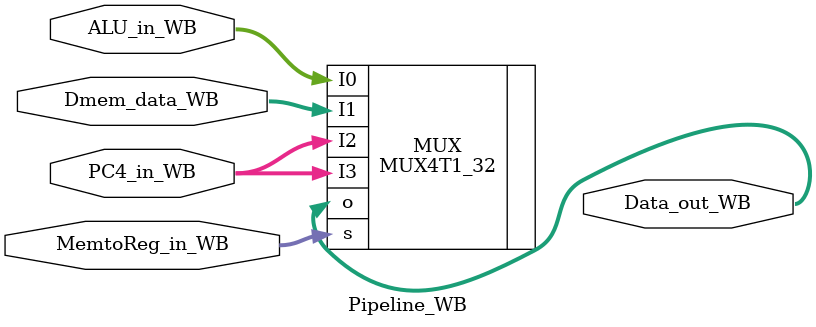
<source format=v>
`timescale 1ns / 1ps


module Pipeline_WB(
    input [31:0] PC4_in_WB,
    input [31:0] ALU_in_WB,
    input [31:0] Dmem_data_WB,
    input [1:0] MemtoReg_in_WB,
    output [31:0] Data_out_WB
    );
    
    MUX4T1_32 MUX(
    .s(MemtoReg_in_WB),
    .I0(ALU_in_WB),
    .I1(Dmem_data_WB),
    .I2(PC4_in_WB),
    .I3(PC4_in_WB),
    .o(Data_out_WB)
    );

endmodule
</source>
